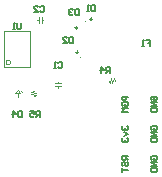
<source format=gbr>
%TF.GenerationSoftware,Altium Limited,Altium Designer,20.1.8 (145)*%
G04 Layer_Color=15790320*
%FSLAX45Y45*%
%MOMM*%
%TF.SameCoordinates,4CD9D56E-ABF0-4F53-8DDA-4C7987737DBE*%
%TF.FilePolarity,Positive*%
%TF.FileFunction,Legend,Bot*%
%TF.Part,Single*%
G01*
G75*
%TA.AperFunction,NonConductor*%
%ADD28C,0.10000*%
%ADD29C,0.10160*%
%ADD30C,0.15000*%
D28*
X1256547Y1314363D02*
G03*
X1256547Y1314363I-5000J0D01*
G01*
X1211007Y1012529D02*
G03*
X1211007Y1012529I-5000J0D01*
G01*
X1198758Y1219450D02*
G03*
X1198758Y1219450I-5000J0D01*
G01*
X732748Y687339D02*
G03*
X732748Y687339I-5000J0D01*
G01*
D29*
X620841Y967524D02*
G03*
X620841Y967524I-20000J0D01*
G01*
X1283807Y1339361D02*
X1311747D01*
X1283807D02*
X1296507Y1352061D01*
Y1329201D02*
Y1352061D01*
X1283807Y1339361D02*
X1296507Y1329201D01*
X1181009Y1044789D02*
X1191169Y1057489D01*
X1168309D02*
X1191169D01*
X1168309D02*
X1181009Y1044789D01*
Y1072729D01*
X1168760Y1251710D02*
Y1279650D01*
X1156060Y1264410D02*
X1168760Y1251710D01*
X1156060Y1264410D02*
X1178920D01*
X1168760Y1251710D02*
X1178920Y1264410D01*
X677748Y674839D02*
Y707339D01*
X702748D01*
X677748Y734840D02*
X702748Y707339D01*
X652749D02*
X677748Y734840D01*
X652749Y707339D02*
X677748D01*
X712748Y714839D02*
X722748Y724839D01*
X705249D02*
X715249Y734839D01*
X793563Y719840D02*
X818563Y729839D01*
X793563Y719840D02*
X831063Y709840D01*
X793563Y699840D02*
X831063Y709840D01*
X793563Y699840D02*
X831063Y689840D01*
X813563Y684839D02*
X831063Y689840D01*
X1019466Y791793D02*
Y804293D01*
Y754293D02*
Y766793D01*
X994466Y791793D02*
X1044466D01*
X994466Y766793D02*
X1044466D01*
X567041Y931824D02*
Y1231824D01*
X787041Y931824D02*
Y1231824D01*
X567041Y931824D02*
X787041D01*
X567041Y1231824D02*
X787041D01*
X843435Y1325880D02*
X855935D01*
X880935D02*
X893435D01*
X855935Y1300880D02*
Y1350880D01*
X880935Y1300880D02*
Y1350880D01*
X1455691Y813323D02*
X1460691Y795824D01*
X1470691Y833324D01*
X1480691Y795824D01*
X1490691Y833324D01*
X1500691Y808324D01*
D30*
X1818007Y140942D02*
X1809677Y149273D01*
Y165934D01*
X1818007Y174265D01*
X1851330D01*
X1859660Y165934D01*
Y149273D01*
X1851330Y140942D01*
X1834668D01*
Y157604D01*
X1859660Y124281D02*
X1809677D01*
X1859660Y90959D01*
X1809677D01*
Y74298D02*
X1859660D01*
Y49306D01*
X1851330Y40975D01*
X1818007D01*
X1809677Y49306D01*
Y74298D01*
X1569087Y425725D02*
X1560757Y417394D01*
Y400733D01*
X1569087Y392402D01*
X1577418D01*
X1585748Y400733D01*
Y409064D01*
Y400733D01*
X1594079Y392402D01*
X1602410D01*
X1610740Y400733D01*
Y417394D01*
X1602410Y425725D01*
X1577418Y375741D02*
X1610740Y359080D01*
X1577418Y342419D01*
X1569087Y325758D02*
X1560757Y317427D01*
Y300766D01*
X1569087Y292435D01*
X1577418D01*
X1585748Y300766D01*
Y309096D01*
Y300766D01*
X1594079Y292435D01*
X1602410D01*
X1610740Y300766D01*
Y317427D01*
X1602410Y325758D01*
X1818007Y645895D02*
X1809677Y654225D01*
Y670886D01*
X1818007Y679217D01*
X1851330D01*
X1859660Y670886D01*
Y654225D01*
X1851330Y645895D01*
X1834668D01*
Y662556D01*
X1859660Y629233D02*
X1809677D01*
X1859660Y595911D01*
X1809677D01*
Y579250D02*
X1859660D01*
Y554258D01*
X1851330Y545927D01*
X1818007D01*
X1809677Y554258D01*
Y579250D01*
X1818007Y392402D02*
X1809677Y400733D01*
Y417394D01*
X1818007Y425725D01*
X1851330D01*
X1859660Y417394D01*
Y400733D01*
X1851330Y392402D01*
X1834668D01*
Y409064D01*
X1859660Y375741D02*
X1809677D01*
X1859660Y342419D01*
X1809677D01*
Y325758D02*
X1859660D01*
Y300766D01*
X1851330Y292435D01*
X1818007D01*
X1809677Y300766D01*
Y325758D01*
X1610740Y174265D02*
X1560757D01*
Y149273D01*
X1569087Y140942D01*
X1585748D01*
X1594079Y149273D01*
Y174265D01*
Y157603D02*
X1610740Y140942D01*
X1569087Y90958D02*
X1560757Y99289D01*
Y115950D01*
X1569087Y124281D01*
X1577418D01*
X1585748Y115950D01*
Y99289D01*
X1594079Y90958D01*
X1602410D01*
X1610740Y99289D01*
Y115950D01*
X1602410Y124281D01*
X1560757Y74297D02*
Y40975D01*
Y57636D01*
X1610740D01*
Y679217D02*
X1560757D01*
Y654225D01*
X1569087Y645895D01*
X1585748D01*
X1594079Y654225D01*
Y679217D01*
X1569087Y595911D02*
X1560757Y604242D01*
Y620903D01*
X1569087Y629233D01*
X1602410D01*
X1610740Y620903D01*
Y604242D01*
X1602410Y595911D01*
X1585748D01*
Y612572D01*
X1610740Y579250D02*
X1560757D01*
X1577418Y562589D01*
X1560757Y545927D01*
X1610740D01*
X1198620Y1421069D02*
Y1371085D01*
X1173628D01*
X1165298Y1379416D01*
Y1412738D01*
X1173628Y1421069D01*
X1198620D01*
X1148637Y1412738D02*
X1140306Y1421069D01*
X1123645D01*
X1115314Y1412738D01*
Y1404407D01*
X1123645Y1396077D01*
X1131975D01*
X1123645D01*
X1115314Y1387746D01*
Y1379416D01*
X1123645Y1371085D01*
X1140306D01*
X1148637Y1379416D01*
X1143667Y1184844D02*
Y1134861D01*
X1118675D01*
X1110344Y1143192D01*
Y1176514D01*
X1118675Y1184844D01*
X1143667D01*
X1060361Y1134861D02*
X1093683D01*
X1060361Y1168183D01*
Y1176514D01*
X1068691Y1184844D01*
X1085352D01*
X1093683Y1176514D01*
X1332752Y1453900D02*
Y1403916D01*
X1307760D01*
X1299429Y1412247D01*
Y1445570D01*
X1307760Y1453900D01*
X1332752D01*
X1282768Y1403916D02*
X1266107D01*
X1274438D01*
Y1453900D01*
X1282768Y1445570D01*
X717597Y556273D02*
Y506289D01*
X692605D01*
X684274Y514620D01*
Y547942D01*
X692605Y556273D01*
X717597D01*
X642622Y506289D02*
Y556273D01*
X667613Y531281D01*
X634291D01*
X869979Y506096D02*
Y556079D01*
X844987D01*
X836656Y547749D01*
Y531088D01*
X844987Y522757D01*
X869979D01*
X853318D02*
X836656Y506096D01*
X786673Y556079D02*
X819995D01*
Y531088D01*
X803334Y539418D01*
X795003D01*
X786673Y531088D01*
Y514426D01*
X795003Y506096D01*
X811664D01*
X819995Y514426D01*
X1761767Y1159062D02*
X1795090D01*
Y1134070D01*
X1778428D01*
X1795090D01*
Y1109078D01*
X1745106D02*
X1728445D01*
X1736775D01*
Y1159062D01*
X1745106Y1150732D01*
X705950Y1304806D02*
Y1263153D01*
X697619Y1254822D01*
X680958D01*
X672628Y1263153D01*
Y1304806D01*
X655966Y1254822D02*
X639305D01*
X647636D01*
Y1304806D01*
X655966Y1296475D01*
X1463040Y880422D02*
Y930406D01*
X1438048D01*
X1429718Y922075D01*
Y905414D01*
X1438048Y897083D01*
X1463040D01*
X1446379D02*
X1429718Y880422D01*
X1388065D02*
Y930406D01*
X1413057Y905414D01*
X1379734D01*
X869113Y1437248D02*
X877444Y1445579D01*
X894105D01*
X902436Y1437248D01*
Y1403926D01*
X894105Y1395595D01*
X877444D01*
X869113Y1403926D01*
X819130Y1395595D02*
X852452D01*
X819130Y1428917D01*
Y1437248D01*
X827460Y1445579D01*
X844122D01*
X852452Y1437248D01*
X1021563Y962219D02*
X1029893Y970550D01*
X1046554D01*
X1054885Y962219D01*
Y928897D01*
X1046554Y920566D01*
X1029893D01*
X1021563Y928897D01*
X1004901Y920566D02*
X988240D01*
X996571D01*
Y970550D01*
X1004901Y962219D01*
%TF.MD5,20e12693e042f65e5d8835b285ed8bbf*%
M02*

</source>
